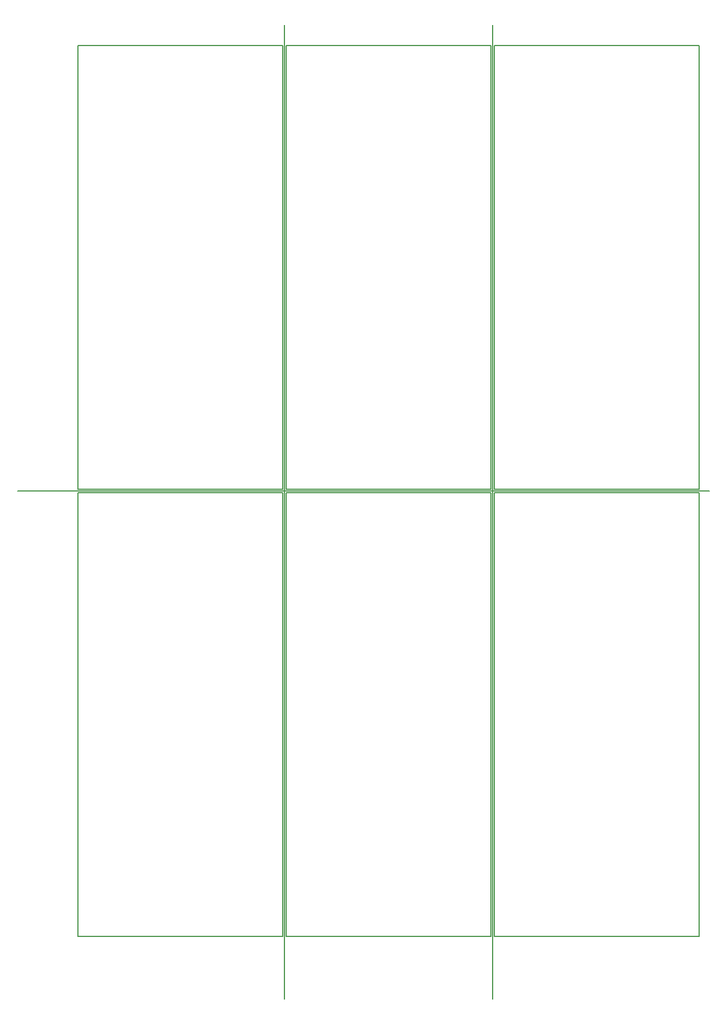
<source format=gm1>
G04 #@! TF.FileFunction,Profile,NP*
%FSLAX46Y46*%
G04 Gerber Fmt 4.6, Leading zero omitted, Abs format (unit mm)*
G04 Created by KiCad (PCBNEW 4.0.6) date 08/02/17 18:57:33*
%MOMM*%
%LPD*%
G01*
G04 APERTURE LIST*
%ADD10C,0.100000*%
%ADD11C,0.150000*%
G04 APERTURE END LIST*
D10*
D11*
X144780000Y-105918000D02*
X41859200Y-105918000D01*
X81534000Y-36576000D02*
X81534000Y-181559200D01*
X112522000Y-36576000D02*
X112522000Y-181559200D01*
X112776000Y-172212000D02*
X143256000Y-172212000D01*
X81788000Y-172212000D02*
X112268000Y-172212000D01*
X50800000Y-172212000D02*
X81280000Y-172212000D01*
X112776000Y-105664000D02*
X143256000Y-105664000D01*
X81788000Y-105664000D02*
X112268000Y-105664000D01*
X112776000Y-172212000D02*
X112776000Y-172212000D01*
X81788000Y-172212000D02*
X81788000Y-172212000D01*
X50800000Y-172212000D02*
X50800000Y-172212000D01*
X112776000Y-105664000D02*
X112776000Y-105664000D01*
X81788000Y-105664000D02*
X81788000Y-105664000D01*
X143256000Y-106172000D02*
X112776000Y-106172000D01*
X112268000Y-106172000D02*
X81788000Y-106172000D01*
X81280000Y-106172000D02*
X50800000Y-106172000D01*
X143256000Y-39624000D02*
X112776000Y-39624000D01*
X112268000Y-39624000D02*
X81788000Y-39624000D01*
X112776000Y-172212000D02*
X112776000Y-106172000D01*
X81788000Y-172212000D02*
X81788000Y-106172000D01*
X50800000Y-172212000D02*
X50800000Y-106172000D01*
X112776000Y-105664000D02*
X112776000Y-39624000D01*
X81788000Y-105664000D02*
X81788000Y-39624000D01*
X143256000Y-106172000D02*
X143256000Y-172212000D01*
X112268000Y-106172000D02*
X112268000Y-172212000D01*
X81280000Y-106172000D02*
X81280000Y-172212000D01*
X143256000Y-39624000D02*
X143256000Y-105664000D01*
X112268000Y-39624000D02*
X112268000Y-105664000D01*
X50800000Y-105664000D02*
X50800000Y-39624000D01*
X81280000Y-39624000D02*
X81280000Y-105664000D01*
X81280000Y-39624000D02*
X50800000Y-39624000D01*
X50800000Y-105664000D02*
X81280000Y-105664000D01*
X50800000Y-105664000D02*
X50800000Y-105664000D01*
M02*

</source>
